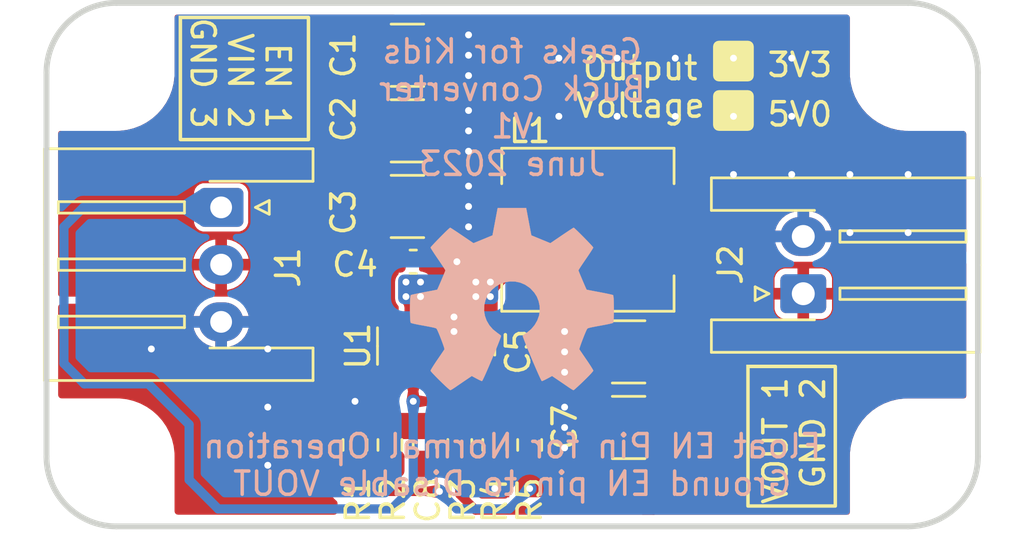
<source format=kicad_pcb>
(kicad_pcb (version 20221018) (generator pcbnew)
  (title_block (title "Buck Converter") (date "2023-06-24") (rev "V1.0") (company "Geeks For Kids") (comment 1 "Designed for Manufacturing by JLCPCB"))
  (layers (0 "F.Cu" signal "Front") (31 "B.Cu" signal "Back") (34 "B.Paste" user) (35 "F.Paste" user) (36 "B.SilkS" user "B.Silkscreen") (37 "F.SilkS" user "F.Silkscreen") (38 "B.Mask" user) (39 "F.Mask" user) (44 "Edge.Cuts" user))
  (net 0 "")
  (net 1 "/BOOT")
  (net 2 "+12V")
  (net 3 "GND")
  (net 4 "+5V")
  (net 5 "/FB")
  (net 6 "/EN")
  (net 7 "/SW")
  (net 8 "Net-(R1-Pad1)")
  (footprint "Capacitor_SMD:C_0603_1608Metric" (layer "F.Cu") (at 138.684 87.503)
    (fp_text reference "C4" (at -2.54 0.127 180) (layer "F.SilkS") (effects (font (size 1.016 1.016) (thickness 0.1524) bold)))
    (fp_text value "0.1µF")
    (fp_line (start -0.14058 -0.51) (end 0.14058 -0.51) (stroke (width 0.12)) (layer "F.SilkS"))
    (fp_line (start -0.14058 0.51) (end 0.14058 0.51) (stroke (width 0.12)) (layer "F.SilkS"))
    (pad "1" smd roundrect (at -0.775 0) (size 0.9 0.95) (layers "F.Cu" "F.Paste" "F.Mask") (net 2 "+12V"))
    (pad "2" smd roundrect (at 0.775 0) (size 0.9 0.95) (layers "F.Cu" "F.Paste" "F.Mask") (net 3 "GND"))
  )
  (footprint "Capacitor_SMD:C_1210_3225Metric" (layer "F.Cu") (at 148.082 91.44 180)
    (fp_text reference "C6" (at 2.794 0 90) (layer "F.SilkS") (effects (font (size 1.016 1.016) (thickness 0.1524) bold)))
    (fp_text value "47µF")
    (fp_line (start -0.711252 -1.36) (end 0.711252 -1.36) (stroke (width 0.12)) (layer "F.SilkS"))
    (fp_line (start -0.711252 1.36) (end 0.711252 1.36) (stroke (width 0.12)) (layer "F.SilkS"))
    (pad "1" smd roundrect (at -1.475 0 180) (size 1.15 2.7) (layers "F.Cu" "F.Paste" "F.Mask") (roundrect_rratio 0.2173913043) (net 4 "+5V"))
    (pad "2" smd roundrect (at 1.475 0 180) (size 1.15 2.7) (layers "F.Cu" "F.Paste" "F.Mask") (roundrect_rratio 0.2173913043) (net 3 "GND"))
  )
  (footprint "Resistor_SMD:R_0603_1608Metric" (layer "F.Cu") (at 142.24 95.504 -90)
    (fp_text reference "R4" (at 2.413 0 90) (layer "F.SilkS") (effects (font (size 1.016 1.016) (thickness 0.1524) bold)))
    (fp_text value "105kΩ 1%")
    (fp_line (start -0.237258 -0.5225) (end 0.237258 -0.5225) (stroke (width 0.12)) (layer "F.SilkS"))
    (fp_line (start -0.237258 0.5225) (end 0.237258 0.5225) (stroke (width 0.12)) (layer "F.SilkS"))
    (pad "1" smd roundrect (at -0.825 0 270) (size 0.8 0.95) (layers "F.Cu" "F.Paste" "F.Mask") (net 6 "/EN"))
    (pad "2" smd roundrect (at 0.825 0 270) (size 0.8 0.95) (layers "F.Cu" "F.Paste" "F.Mask") (net 3 "GND"))
  )
  (footprint "MountingHole:MountingHole_2.7mm_M2.5_ISO14580" (layer "F.Cu") (at 160.274 79.248 -90)
    (fp_text reference "H2" hide)
    (fp_text value "M2.5")
    (pad "" np_thru_hole circle (at 0 0 270) (size 2.7 2.7) (drill 2.7) (layers "F&B.Cu" "*.Mask") (clearance 1.143))
  )
  (footprint "Resistor_SMD:R_0603_1608Metric" (layer "F.Cu") (at 137.668 95.504 -90)
    (fp_text reference "R2" (at 2.413 -0.127 -90) (layer "F.SilkS") (effects (font (size 1.016 1.016) (thickness 0.1524) bold)))
    (fp_text value "13.3kΩ 1%")
    (fp_line (start -0.237258 -0.5225) (end 0.237258 -0.5225) (stroke (width 0.12)) (layer "F.SilkS"))
    (fp_line (start -0.237258 0.5225) (end 0.237258 0.5225) (stroke (width 0.12)) (layer "F.SilkS"))
    (pad "1" smd roundrect (at -0.825 0 270) (size 0.8 0.95) (layers "F.Cu" "F.Paste" "F.Mask") (net 5 "/FB"))
    (pad "2" smd roundrect (at 0.825 0 270) (size 0.8 0.95) (layers "F.Cu" "F.Paste" "F.Mask") (net 8 "Net-(R1-Pad1)"))
  )
  (footprint "Inductor_SMD:L_Sunlord_MWSA0603S" (layer "F.Cu") (at 146.304 86.106)
    (fp_text reference "L1" (at -2.54 -4.318) (layer "F.SilkS") (effects (font (size 1.016 1.016) (thickness 0.1524) bold)))
    (fp_text value "10µH")
    (fp_line (start -3.76 -3.56) (end -3.76 -2.01) (stroke (width 0.12)) (layer "F.SilkS"))
    (fp_line (start -3.76 -3.56) (end 3.76 -3.56) (stroke (width 0.12)) (layer "F.SilkS"))
    (fp_line (start -3.76 3.56) (end -3.76 2.01) (stroke (width 0.12)) (layer "F.SilkS"))
    (fp_line (start -3.76 3.56) (end 3.76 3.56) (stroke (width 0.12)) (layer "F.SilkS"))
    (fp_line (start 3.76 -3.56) (end 3.76 -2.01) (stroke (width 0.12)) (layer "F.SilkS"))
    (fp_line (start 3.76 3.56) (end 3.76 2.01) (stroke (width 0.12)) (layer "F.SilkS"))
    (pad "1" smd rect (at -3.025 0) (size 2.35 3.5) (layers "F.Cu" "F.Paste" "F.Mask") (net 7 "/SW"))
    (pad "2" smd rect (at 3.025 0) (size 2.35 3.5) (layers "F.Cu" "F.Paste" "F.Mask") (net 4 "+5V"))
  )
  (footprint "Capacitor_SMD:C_1210_3225Metric" (layer "F.Cu") (at 148.082 94.742 180)
    (fp_text reference "C7" (at 2.794 0 90) (layer "F.SilkS") (effects (font (size 1.016 1.016) (thickness 0.1524) bold)))
    (fp_text value "47µF")
    (fp_line (start -0.711252 -1.36) (end 0.711252 -1.36) (stroke (width 0.12)) (layer "F.SilkS"))
    (fp_line (start -0.711252 1.36) (end 0.711252 1.36) (stroke (width 0.12)) (layer "F.SilkS"))
    (pad "1" smd roundrect (at -1.475 0 180) (size 1.15 2.7) (layers "F.Cu" "F.Paste" "F.Mask") (roundrect_rratio 0.2173913043) (net 4 "+5V"))
    (pad "2" smd roundrect (at 1.475 0 180) (size 1.15 2.7) (layers "F.Cu" "F.Paste" "F.Mask") (roundrect_rratio 0.2173913043) (net 3 "GND"))
  )
  (footprint "Connector_JST:JST_XH_S2B-XH-A-1_1x02_P2.50mm_Horizontal" (layer "F.Cu") (at 155.702 88.9 90)
    (fp_text reference "J2" (at 1.27 -3.175 90) (layer "F.SilkS") (effects (font (size 1.016 1.016) (thickness 0.1524))))
    (fp_text value "Conn_01x02")
    (fp_line (start -2.56 -4.01) (end -1.14 -4.01) (stroke (width 0.12)) (layer "F.SilkS"))
    (fp_line (start -2.56 7.71) (end -2.56 -4.01) (stroke (width 0.12)) (layer "F.SilkS"))
    (fp_line (start -1.14 -4.01) (end -1.14 0.49) (stroke (width 0.12)) (layer "F.SilkS"))
    (fp_line (start -0.3 -2.1) (end 0.3 -2.1) (stroke (width 0.12)) (layer "F.SilkS"))
    (fp_line (start -0.25 1.6) (end -0.25 7.1) (stroke (width 0.12)) (layer "F.SilkS"))
    (fp_line (start -0.25 7.1) (end 0.25 7.1) (stroke (width 0.12)) (layer "F.SilkS"))
    (fp_line (start 0 -1.5) (end -0.3 -2.1) (stroke (width 0.12)) (layer "F.SilkS"))
    (fp_line (start 0.25 1.6) (end -0.25 1.6) (stroke (width 0.12)) (layer "F.SilkS"))
    (fp_line (start 0.25 7.1) (end 0.25 1.6) (stroke (width 0.12)) (layer "F.SilkS"))
    (fp_line (start 0.3 -2.1) (end 0 -1.5) (stroke (width 0.12)) (layer "F.SilkS"))
    (fp_line (start 1.25 7.71) (end -2.56 7.71) (stroke (width 0.12)) (layer "F.SilkS"))
    (fp_line (start 1.25 7.71) (end 5.06 7.71) (stroke (width 0.12)) (layer "F.SilkS"))
    (fp_line (start 2.25 1.6) (end 2.25 7.1) (stroke (width 0.12)) (layer "F.SilkS"))
    (fp_line (start 2.25 7.1) (end 2.75 7.1) (stroke (width 0.12)) (layer "F.SilkS"))
    (fp_line (start 2.75 1.6) (end 2.25 1.6) (stroke (width 0.12)) (layer "F.SilkS"))
    (fp_line (start 2.75 7.1) (end 2.75 1.6) (stroke (width 0.12)) (layer "F.SilkS"))
    (fp_line (start 3.64 -4.01) (end 3.64 0.49) (stroke (width 0.12)) (layer "F.SilkS"))
    (fp_line (start 5.06 -4.01) (end 3.64 -4.01) (stroke (width 0.12)) (layer "F.SilkS"))
    (fp_line (start 5.06 7.71) (end 5.06 -4.01) (stroke (width 0.12)) (layer "F.SilkS"))
    (pad "1" thru_hole roundrect (at 0 0 90) (size 1.7 2) (drill 1) (layers "*.Cu" "*.Mask") (roundrect_rratio 0.1470588235) (net 4 "+5V"))
    (pad "2" thru_hole oval (at 2.5 0 90) (size 1.7 2) (drill 1) (layers "*.Cu" "*.Mask") (net 3 "GND"))
  )
  (footprint "Capacitor_SMD:C_1210_3225Metric" (layer "F.Cu") (at 138.43 78.486)
    (fp_text reference "C1" (at -2.794 0 90) (layer "F.SilkS") (effects (font (size 1.016 1.016) (thickness 0.1524) bold)))
    (fp_text value "10µF")
    (fp_line (start -0.711252 -1.36) (end 0.711252 -1.36) (stroke (width 0.12)) (layer "F.SilkS"))
    (fp_line (start -0.711252 1.36) (end 0.711252 1.36) (stroke (width 0.12)) (layer "F.SilkS"))
    (pad "1" smd roundrect (at -1.475 0) (size 1.15 2.7) (layers "F.Cu" "F.Paste" "F.Mask") (roundrect_rratio 0.2173913043) (net 2 "+12V"))
    (pad "2" smd roundrect (at 1.475 0) (size 1.15 2.7) (layers "F.Cu" "F.Paste" "F.Mask") (roundrect_rratio 0.2173913043) (net 3 "GND"))
  )
  (footprint "Capacitor_SMD:C_1210_3225Metric" (layer "F.Cu") (at 138.43 85.09)
    (fp_text reference "C3" (at -2.794 0.254 90) (layer "F.SilkS") (effects (font (size 1.016 1.016) (thickness 0.1524) bold)))
    (fp_text value "10µF")
    (fp_line (start -0.711252 -1.36) (end 0.711252 -1.36) (stroke (width 0.12)) (layer "F.SilkS"))
    (fp_line (start -0.711252 1.36) (end 0.711252 1.36) (stroke (width 0.12)) (layer "F.SilkS"))
    (pad "1" smd roundrect (at -1.475 0) (size 1.15 2.7) (layers "F.Cu" "F.Paste" "F.Mask") (roundrect_rratio 0.2173913043) (net 2 "+12V"))
    (pad "2" smd roundrect (at 1.475 0) (size 1.15 2.7) (layers "F.Cu" "F.Paste" "F.Mask") (roundrect_rratio 0.2173913043) (net 3 "GND"))
  )
  (footprint "Resistor_SMD:R_0603_1608Metric" (layer "F.Cu") (at 140.716 95.504 90)
    (fp_text reference "R3" (at -2.413 0.127 90) (layer "F.SilkS") (effects (font (size 1.016 1.016) (thickness 0.1524) bold)))
    (fp_text value "100kΩ 1%")
    (fp_line (start -0.237258 -0.5225) (end 0.237258 -0.5225) (stroke (width 0.12)) (layer "F.SilkS"))
    (fp_line (start -0.237258 0.5225) (end 0.237258 0.5225) (stroke (width 0.12)) (layer "F.SilkS"))
    (pad "1" smd roundrect (at -0.825 0 90) (size 0.8 0.95) (layers "F.Cu" "F.Paste" "F.Mask") (net 4 "+5V"))
    (pad "2" smd roundrect (at 0.825 0 90) (size 0.8 0.95) (layers "F.Cu" "F.Paste" "F.Mask") (net 5 "/FB"))
  )
  (footprint "Resistor_SMD:R_0603_1608Metric" (layer "F.Cu") (at 136.144 95.504 90)
    (fp_text reference "R1" (at -2.413 0.127 270) (layer "F.SilkS") (effects (font (size 1.016 1.016) (thickness 0.1524) bold)))
    (fp_text value "240Ω 1%")
    (fp_line (start -0.237258 -0.5225) (end 0.237258 -0.5225) (stroke (width 0.12)) (layer "F.SilkS"))
    (fp_line (start -0.237258 0.5225) (end 0.237258 0.5225) (stroke (width 0.12)) (layer "F.SilkS"))
    (pad "1" smd roundrect (at -0.825 0 90) (size 0.8 0.95) (layers "F.Cu" "F.Paste" "F.Mask") (net 8 "Net-(R1-Pad1)"))
    (pad "2" smd roundrect (at 0.825 0 90) (size 0.8 0.95) (layers "F.Cu" "F.Paste" "F.Mask") (net 3 "GND"))
  )
  (footprint "MountingHole:MountingHole_2.7mm_M2.5_ISO14580" (layer "F.Cu") (at 125.73 96.012 90)
    (fp_text reference "H3" hide)
    (fp_text value "M2.5")
    (pad "" np_thru_hole circle (at 0 0 90) (size 2.7 2.7) (drill 2.7) (layers "F&B.Cu" "*.Mask") (clearance 1.143))
  )
  (footprint "Capacitor_SMD:C_0603_1608Metric" (layer "F.Cu") (at 139.192 95.504 90)
    (fp_text reference "C8" (at -2.413 0.127 90) (layer "F.SilkS") (effects (font (size 1.016 1.016) (thickness 0.1524) bold)))
    (fp_text value "150pF")
    (fp_line (start -0.14058 -0.51) (end 0.14058 -0.51) (stroke (width 0.12)) (layer "F.SilkS"))
    (fp_line (start -0.14058 0.51) (end 0.14058 0.51) (stroke (width 0.12)) (layer "F.SilkS"))
    (pad "1" smd roundrect (at -0.775 0 90) (size 0.9 0.95) (layers "F.Cu" "F.Paste" "F.Mask") (net 4 "+5V"))
    (pad "2" smd roundrect (at 0.775 0 90) (size 0.9 0.95) (layers "F.Cu" "F.Paste" "F.Mask") (net 5 "/FB"))
  )
  (footprint "Capacitor_SMD:C_1210_3225Metric" (layer "F.Cu") (at 138.43 81.788)
    (fp_text reference "C2" (at -2.794 -0.508 90) (layer "F.SilkS") (effects (font (size 1.016 1.016) (thickness 0.1524) bold)))
    (fp_text value "10µF")
    (fp_line (start -0.711252 -1.36) (end 0.711252 -1.36) (stroke (width 0.12)) (layer "F.SilkS"))
    (fp_line (start -0.711252 1.36) (end 0.711252 1.36) (stroke (width 0.12)) (layer "F.SilkS"))
    (pad "1" smd roundrect (at -1.475 0) (size 1.15 2.7) (layers "F.Cu" "F.Paste" "F.Mask") (roundrect_rratio 0.2173913043) (net 2 "+12V"))
    (pad "2" smd roundrect (at 1.475 0) (size 1.15 2.7) (layers "F.Cu" "F.Paste" "F.Mask") (roundrect_rratio 0.2173913043) (net 3 "GND"))
  )
  (footprint "Package_TO_SOT_SMD:SOT-23-6" (layer "F.Cu") (at 138.684 91.186 -90)
    (fp_text reference "U1" (at 0 2.413 90) (layer "F.SilkS") (effects (font (size 1.016 1.016) (thickness 0.1524) bold)))
    (fp_text value "TPS54302")
    (fp_line (start 0 -1.56) (end -1.8 -1.56) (stroke (width 0.12)) (layer "F.SilkS"))
    (fp_line (start 0 -1.56) (end 0.8 -1.56) (stroke (width 0.12)) (layer "F.SilkS"))
    (fp_line (start 0 1.56) (end -0.8 1.56) (stroke (width 0.12)) (layer "F.SilkS"))
    (fp_line (start 0 1.56) (end 0.8 1.56) (stroke (width 0.12)) (layer "F.SilkS"))
    (pad "1" smd roundrect (at -1.1375 -0.95 270) (size 1.325 0.6) (layers "F.Cu" "F.Paste" "F.Mask") (net 3 "GND"))
    (pad "2" smd roundrect (at -1.1375 0 270) (size 1.325 0.6) (layers "F.Cu" "F.Paste" "F.Mask") (net 7 "/SW"))
    (pad "3" smd roundrect (at -1.1375 0.95 270) (size 1.325 0.6) (layers "F.Cu" "F.Paste" "F.Mask") (net 2 "+12V"))
    (pad "4" smd roundrect (at 1.1375 0.95 270) (size 1.325 0.6) (layers "F.Cu" "F.Paste" "F.Mask") (net 5 "/FB"))
    (pad "5" smd roundrect (at 1.1375 0 270) (size 1.325 0.6) (layers "F.Cu" "F.Paste" "F.Mask") (net 6 "/EN"))
    (pad "6" smd roundrect (at 1.1375 -0.95 270) (size 1.325 0.6) (layers "F.Cu" "F.Paste" "F.Mask") (net 1 "/BOOT"))
  )
  (footprint "Capacitor_SMD:C_0603_1608Metric" (layer "F.Cu") (at 141.732 91.44 90)
    (fp_text reference "C5" (at 0 1.524 90) (layer "F.SilkS") (effects (font (size 1.016 1.016) (thickness 0.1524) bold)))
    (fp_text value "0.1µF")
    (fp_line (start -0.14058 -0.51) (end 0.14058 -0.51) (stroke (width 0.12)) (layer "F.SilkS"))
    (fp_line (start -0.14058 0.51) (end 0.14058 0.51) (stroke (width 0.12)) (layer "F.SilkS"))
    (pad "1" smd roundrect (at -0.775 0 90) (size 0.9 0.95) (layers "F.Cu" "F.Paste" "F.Mask") (net 1 "/BOOT"))
    (pad "2" smd roundrect (at 0.775 0 90) (size 0.9 0.95) (layers "F.Cu" "F.Paste" "F.Mask") (net 7 "/SW"))
  )
  (footprint "MountingHole:MountingHole_2.7mm_M2.5_ISO14580" (layer "F.Cu") (at 125.73 79.248 90)
    (fp_text reference "H1" hide)
    (fp_text value "M2.5")
    (pad "" np_thru_hole circle (at 0 0 90) (size 2.7 2.7) (drill 2.7) (layers "F&B.Cu" "*.Mask"))
  )
  (footprint "Connector_JST:JST_XH_S3B-XH-A-1_1x03_P2.50mm_Horizontal" (layer "F.Cu") (at 130.302 85.13 -90)
    (fp_text reference "J1" (at 2.627 -2.921 90) (layer "F.SilkS") (effects (font (size 1.016 1.016) (thickness 0.1524))))
    (fp_text value "Conn_01x03")
    (fp_line (start -2.56 -4.01) (end -1.14 -4.01) (stroke (width 0.12)) (layer "F.SilkS"))
    (fp_line (start -2.56 7.71) (end -2.56 -4.01) (stroke (width 0.12)) (layer "F.SilkS"))
    (fp_line (start -1.14 -4.01) (end -1.14 0.49) (stroke (width 0.12)) (layer "F.SilkS"))
    (fp_line (start -0.3 -2.1) (end 0.3 -2.1) (stroke (width 0.12)) (layer "F.SilkS"))
    (fp_line (start -0.25 1.6) (end -0.25 7.1) (stroke (width 0.12)) (layer "F.SilkS"))
    (fp_line (start -0.25 7.1) (end 0.25 7.1) (stroke (width 0.12)) (layer "F.SilkS"))
    (fp_line (start 0 -1.5) (end -0.3 -2.1) (stroke (width 0.12)) (layer "F.SilkS"))
    (fp_line (start 0.25 1.6) (end -0.25 1.6) (stroke (width 0.12)) (layer "F.SilkS"))
    (fp_line (start 0.25 7.1) (end 0.25 1.6) (stroke (width 0.12)) (layer "F.SilkS"))
    (fp_line (start 0.3 -2.1) (end 0 -1.5) (stroke (width 0.12)) (layer "F.SilkS"))
    (fp_line (start 2.25 1.6) (end 2.25 7.1) (stroke (width 0.12)) (layer "F.SilkS"))
    (fp_line (start 2.25 7.1) (end 2.75 7.1) (stroke (width 0.12)) (layer "F.SilkS"))
    (fp_line (start 2.5 7.71) (end -2.56 7.71) (stroke (width 0.12)) (layer "F.SilkS"))
    (fp_line (start 2.5 7.71) (end 7.56 7.71) (stroke (width 0.12)) (layer "F.SilkS"))
    (fp_line (start 2.75 1.6) (end 2.25 1.6) (stroke (width 0.12)) (layer "F.SilkS"))
    (fp_line (start 2.75 7.1) (end 2.75 1.6) (stroke (width 0.12)) (layer "F.SilkS"))
    (fp_line (start 4.75 1.6) (end 4.75 7.1) (stroke (width 0.12)) (layer "F.SilkS"))
    (fp_line (start 4.75 7.1) (end 5.25 7.1) (stroke (width 0.12)) (layer "F.SilkS"))
    (fp_line (start 5.25 1.6) (end 4.75 1.6) (stroke (width 0.12)) (layer "F.SilkS"))
    (fp_line (start 5.25 7.1) (end 5.25 1.6) (stroke (width 0.12)) (layer "F.SilkS"))
    (fp_line (start 6.14 -4.01) (end 6.14 0.49) (stroke (width 0.12)) (layer "F.SilkS"))
    (fp_line (start 7.56 -4.01) (end 6.14 -4.01) (stroke (width 0.12)) (layer "F.SilkS"))
    (fp_line (start 7.56 7.71) (end 7.56 -4.01) (stroke (width 0.12)) (layer "F.SilkS"))
    (pad "1" thru_hole roundrect (at 0 0 270) (size 1.7 1.95) (drill 0.95) (layers "*.Cu" "*.Mask") (roundrect_rratio 0.1470588235) (net 6 "/EN"))
    (pad "2" thru_hole oval (at 2.5 0 270) (size 1.7 1.95) (drill 0.95) (layers "*.Cu" "*.Mask") (net 2 "+12V"))
    (pad "3" thru_hole oval (at 5 0 270) (size 1.7 1.95) (drill 0.95) (layers "*.Cu" "*.Mask") (net 3 "GND"))
  )
  (footprint "Resistor_SMD:R_0603_1608Metric" (layer "F.Cu") (at 143.764 95.504 90)
    (fp_text reference "R5" (at -2.413 0 90) (layer "F.SilkS") (effects (font (size 1.016 1.016) (thickness 0.1524) bold)))
    (fp_text value "511kΩ 1%")
    (fp_line (start -0.237258 -0.5225) (end 0.237258 -0.5225) (stroke (width 0.12)) (layer "F.SilkS"))
    (fp_line (start -0.237258 0.5225) (end 0.237258 0.5225) (stroke (width 0.12)) (layer "F.SilkS"))
    (pad "1" smd roundrect (at -0.825 0 90) (size 0.8 0.95) (layers "F.Cu" "F.Paste" "F.Mask") (net 2 "+12V"))
    (pad "2" smd roundrect (at 0.825 0 90) (size 0.8 0.95) (layers "F.Cu" "F.Paste" "F.Mask") (net 6 "/EN"))
  )
  (footprint "MountingHole:MountingHole_2.7mm_M2.5_ISO14580" (layer "F.Cu") (at 160.274 96.012 -90)
    (fp_text reference "H4" hide)
    (fp_text value "M2.5")
    (pad "" np_thru_hole circle (at 0 0 270) (size 2.7 2.7) (drill 2.7) (layers "F&B.Cu" "*.Mask") (clearance 1.143))
  )
  (footprint "Symbol:OSHW-Symbol_8.9x8mm_SilkScreen" (layer "B.Cu") (at 143.002 89.154 180)
    (fp_text reference "REF**" hide)
    (fp_text value "OSHW-Symbol_8.9x8mm_SilkScreen" hide)
    (fp_poly (pts (xy 0.746536 3.399573) (xy 0.859118 2.802382) (xy 1.274531 2.631135) (xy 1.689945 2.459888) (xy 2.188302 2.798767) (xy 2.327869 2.893123) (xy 2.454029 2.97737) (xy 2.560896 3.047662) (xy 2.642583 3.100153) (xy 2.693202 3.130996) (xy 2.706987 3.137647) (xy 2.731821 3.120542) (xy 2.784889 3.073256) (xy 2.860241 3.001828) (xy 2.95193 2.9123) (xy 3.054008 2.810711) (xy 3.160527 2.703102) (xy 3.265537 2.595513) (xy 3.363092 2.493985) (xy 3.447243 2.404559) (xy 3.512041 2.333274) (xy 3.551538 2.286172) (xy 3.560981 2.270408) (xy 3.547392 2.241347) (xy 3.509294 2.177679) (xy 3.450694 2.085633) (xy 3.375598 1.971436) (xy 3.288009 1.841316) (xy 3.237255 1.767099) (xy 3.144746 1.631578) (xy 3.062541 1.509284) (xy 2.994631 1.406305) (xy 2.945001 1.328727) (xy 2.917641 1.282639) (xy 2.91353 1.272953) (xy 2.92285 1.245426) (xy 2.948255 1.181272) (xy 2.985912 1.08951) (xy 3.031987 0.979161) (xy 3.082647 0.859245) (xy 3.13406 0.738781) (xy 3.18239 0.626791) (xy 3.223807 0.532293) (xy 3.254475 0.464308) (xy 3.270562 0.431857) (xy 3.271512 0.43058) (xy 3.296773 0.424383) (xy 3.364046 0.41056) (xy 3.466361 0.390468) (xy 3.596742 0.365466) (xy 3.748217 0.336914) (xy 3.836594 0.320449) (xy 3.998453 0.289631) (xy 4.14465 0.260306) (xy 4.267788 0.234079) (xy 4.36047 0.212554) (xy 4.415302 0.197335) (xy 4.426324 0.192507) (xy 4.437119 0.159826) (xy 4.44583 0.086015) (xy 4.452461 -0.020292) (xy 4.457019 -0.150467) (xy 4.45951 -0.295876) (xy 4.459939 -0.44789) (xy 4.458312 -0.597877) (xy 4.454636 -0.737206) (xy 4.448916 -0.857245) (xy 4.441158 -0.949365) (xy 4.431369 -1.004932) (xy 4.425497 -1.0165) (xy 4.3904 -1.030365) (xy 4.316029 -1.050188) (xy 4.212224 -1.073639) (xy 4.08882 -1.098391) (xy 4.045742 -1.106398) (xy 3.838048 -1.144441) (xy 3.673985 -1.175079) (xy 3.548131 -1.199529) (xy 3.455066 -1.219009) (xy 3.389368 -1.234736) (xy 3.345618 -1.247928) (xy 3.318393 -1.259804) (xy 3.302273 -1.27158) (xy 3.300018 -1.273908) (xy 3.277504 -1.3114) (xy 3.243159 -1.384365) (xy 3.200412 -1.483867) (xy 3.152693 -1.600973) (xy 3.103431 -1.726748) (xy 3.056056 -1.852257) (xy 3.013996 -1.968565) (xy 2.980681 -2.066739) (xy 2.959542 -2.137843) (xy 2.954006 -2.172942) (xy 2.954467 -2.174172) (xy 2.973224 -2.202861) (xy 3.015777 -2.265985) (xy 3.077654 -2.356973) (xy 3.154383 -2.469255) (xy 3.241492 -2.59626) (xy 3.266299 -2.632353) (xy 3.354753 -2.763203) (xy 3.432589 -2.882591) (xy 3.495567 -2.983662) (xy 3.539446 -3.059559) (xy 3.559986 -3.103427) (xy 3.560981 -3.108817) (xy 3.543723 -3.137144) (xy 3.496036 -3.193261) (xy 3.424051 -3.271137) (xy 3.333898 -3.36474) (xy 3.231706 -3.468041) (xy 3.123606 -3.575006) (xy 3.015729 -3.679606) (xy 2.914205 -3.775809) (xy 2.825163 -3.857584) (xy 2.754734 -3.9189) (xy 2.709048 -3.953726) (xy 2.69641 -3.959412) (xy 2.666992 -3.94602) (xy 2.606762 -3.909899) (xy 2.52553 -3.857136) (xy 2.463031 -3.814667) (xy 2.349786 -3.73674) (xy 2.215675 -3.644984) (xy 2.081156 -3.553375) (xy 2.008834 -3.504346) (xy 1.764039 -3.33877) (xy 1.558551 -3.449875) (xy 1.464937 -3.498548) (xy 1.385331 -3.536381) (xy 1.331468 -3.557958) (xy 1.317758 -3.560961) (xy 1.301271 -3.538793) (xy 1.268746 -3.476149) (xy 1.222609 -3.378809) (xy 1.165291 -3.252549) (xy 1.099217 -3.10315) (xy 1.026816 -2.936388) (xy 0.950517 -2.758042) (xy 0.872747 -2.573891) (xy 0.795935 -2.389712) (xy 0.722507 -2.211285) (xy 0.654893 -2.044387) (xy 0.595521 -1.894797) (xy 0.546817 -1.768293) (xy 0.511211 -1.670654) (xy 0.491131 -1.607657) (xy 0.487901 -1.586021) (xy 0.513497 -1.558424) (xy 0.569539 -1.513625) (xy 0.644312 -1.460934) (xy 0.650588 -1.456765) (xy 0.843846 -1.302069) (xy 0.999675 -1.121591) (xy 1.116725 -0.921102) (xy 1.193646 -0.706374) (xy 1.229087 -0.483177) (xy 1.221698 -0.257281) (xy 1.170128 -0.034459) (xy 1.073027 0.179521) (xy 1.044459 0.226336) (xy 0.895869 0.415382) (xy 0.720328 0.567188) (xy 0.523911 0.680966) (xy 0.312694 0.755925) (xy 0.092754 0.791278) (xy -0.129836 0.786233) (xy -0.348998 0.740001) (xy -0.558657 0.651794) (xy -0.752738 0.520821) (xy -0.812773 0.467663) (xy -0.965564 0.301261) (xy -1.076902 0.126088) (xy -1.153276 -0.070266) (xy -1.195812 -0.264717) (xy -1.206313 -0.483342) (xy -1.171299 -0.703052) (xy -1.094326 -0.91642) (xy -0.978952 -1.116022) (xy -0.828734 -1.294429) (xy -0.647226 -1.444217) (xy -0.623372 -1.460006) (xy -0.547798 -1.511712) (xy -0.490348 -1.556512) (xy -0.462882 -1.585117) (xy -0.462482 -1.586021) (xy -0.468379 -1.616964) (xy -0.491754 -1.687191) (xy -0.530178 -1.790925) (xy -0.581222 -1.92239) (xy -0.642457 -2.075807) (xy -0.711455 -2.245401) (xy -0.785786 -2.425393) (xy -0.863021 -2.610008) (xy -0.940731 -2.793468) (xy -1.016488 -2.969996) (xy -1.087862 -3.133814) (xy -1.152425 -3.279147) (xy -1.207747 -3.400217) (xy -1.251399 -3.491247) (xy -1.280953 -3.54646) (xy -1.292855 -3.560961) (xy -1.329222 -3.549669) (xy -1.397269 -3.519385) (xy -1.485263 -3.47552) (xy -1.533649 -3.449875) (xy -1.739136 -3.33877) (xy -1.983931 -3.504346) (xy -2.108893 -3.58917) (xy -2.245704 -3.682516) (xy -2.373911 -3.770408) (xy -2.438128 -3.814667) (xy -2.528448 -3.875318) (xy -2.604928 -3.923381) (xy -2.657592 -3.95277) (xy -2.674697 -3.958982) (xy -2.699594 -3.942223) (xy -2.754694 -3.895436) (xy -2.834656 -3.82348) (xy -2.934139 -3.731212) (xy -3.047799 -3.62349) (xy -3.119684 -3.554326) (xy -3.245448 -3.430757) (xy -3.354136 -3.320234) (xy -3.441354 -3.227485) (xy -3.50271 -3.157237) (xy -3.533808 -3.11422) (xy -3.536791 -3.10549) (xy -3.522946 -3.072284) (xy -3.484687 -3.005142) (xy -3.426258 -2.910863) (xy -3.351902 -2.796245) (xy -3.265864 -2.668083) (xy -3.241397 -2.632353) (xy -3.152245 -2.502489) (xy -3.072261 -2.385569) (xy -3.005919 -2.288162) (xy -2.957688 -2.216839) (xy -2.932042 -2.17817) (xy -2.929564 -2.174172) (xy -2.93327 -2.143355) (xy -2.952938 -2.075599) (xy -2.985139 -1.979839) (xy -3.026444 -1.865009) (xy -3.073424 -1.740044) (xy -3.12265 -1.613879) (xy -3.170691 -1.495448) (xy -3.214118 -1.393685) (xy -3.249503 -1.317526) (xy -3.273415 -1.275904) (xy -3.275115 -1.273908) (xy -3.289737 -1.262013) (xy -3.314434 -1.25025) (xy -3.354627 -1.237401) (xy -3.415736 -1.222249) (xy -3.503182 -1.203576) (xy -3.622387 -1.180165) (xy -3.778772 -1.150797) (xy -3.977756 -1.114255) (xy -4.020839 -1.106398) (xy -4.148529 -1.081727) (xy -4.259846 -1.057593) (xy -4.344954 -1.036324) (xy -4.394016 -1.020248) (xy -4.400594 -1.0165) (xy -4.411435 -0.983273) (xy -4.420246 -0.909021) (xy -4.427023 -0.802376) (xy -4.431759 -0.671967) (xy -4.434449 -0.526427) (xy -4.435086 -0.374386) (xy -4.433665 -0.224476) (xy -4.430179 -0.085328) (xy -4.424623 0.034428) (xy -4.416991 0.126159) (xy -4.407277 0.181234) (xy -4.401421 0.192507) (xy -4.368819 0.203877) (xy -4.294581 0.222376) (xy -4.186103 0.246398) (xy -4.050782 0.274338) (xy -3.896014 0.304592) (xy -3.811692 0.320449) (xy -3.651703 0.350356) (xy -3.509032 0.37745) (xy -3.390651 0.400369) (xy -3.303534 0.417757) (xy -3.254654 0.428253) (xy -3.246609 0.43058) (xy -3.233012 0.456814) (xy -3.20427 0.520005) (xy -3.164214 0.611123) (xy -3.116675 0.721143) (xy -3.065484 0.841035) (xy -3.014473 0.961773) (xy -2.967473 1.074329) (xy -2.928315 1.169674) (xy -2.90083 1.238783) (xy -2.88885 1.272626) (xy -2.888627 1.274105) (xy -2.902208 1.300803) (xy -2.940284 1.36224) (xy -2.998852 1.452311) (xy -3.073911 1.56491) (xy -3.161459 1.69393) (xy -3.212352 1.768039) (xy -3.30509 1.903923) (xy -3.387458 2.027291) (xy -3.455438 2.131903) (xy -3.505011 2.211517) (xy -3.532157 2.259893) (xy -3.536078 2.270738) (xy -3.519224 2.29598) (xy -3.472631 2.349876) (xy -3.402251 2.426387) (xy -3.314034 2.519477) (xy -3.213934 2.623105) (xy -3.107901 2.731236) (xy -3.001888 2.83783) (xy -2.901847 2.93685) (xy -2.813729 3.022258) (xy -2.743486 3.088015) (xy -2.697071 3.128084) (xy -2.681543 3.137647) (xy -2.65626 3.1242) (xy -2.595788 3.086425) (xy -2.506007 3.028165) (xy -2.392796 2.953266) (xy -2.262036 2.865575) (xy -2.1634 2.798767) (xy -1.665042 2.459888) (xy -1.249629 2.631135) (xy -0.834215 2.802382) (xy -0.721633 3.399573) (xy -0.60905 3.996765) (xy 0.633953 3.996765) (xy 0.746536 3.399573)) (stroke (width 0.01)) (fill solid) (layer "B.SilkS"))
  )
  (gr_rect (start 128.524 76.835) (end 134.112 82.169) (stroke (width 0.1524)) (fill none) (layer "F.SilkS"))
  (gr_rect (start 153.289 92.075) (end 157.099 98.171) (stroke (width 0.1524)) (fill none) (layer "F.SilkS"))
  (gr_line (start 122.682 79.248) (end 122.682 96.012) (stroke (width 0.254)) (layer "Edge.Cuts"))
  (gr_arc (start 163.322 96.012) (mid 162.429262 98.167262) (end 160.274 99.06) (stroke (width 0.254)) (layer "Edge.Cuts"))
  (gr_arc (start 122.682 79.248) (mid 123.574738 77.092738) (end 125.73 76.2) (stroke (width 0.254)) (layer "Edge.Cuts"))
  (gr_arc (start 125.73 99.06) (mid 123.574738 98.167262) (end 122.682 96.012) (stroke (width 0.254)) (layer "Edge.Cuts"))
  (gr_line (start 163.322 96.012) (end 163.322 79.248) (stroke (width 0.254)) (layer "Edge.Cuts"))
  (gr_line (start 125.73 99.06) (end 160.274 99.06) (stroke (width 0.254)) (layer "Edge.Cuts"))
  (gr_line (start 125.73 76.2) (end 160.274 76.2) (stroke (width 0.254)) (layer "Edge.Cuts"))
  (gr_arc (start 160.274 76.2) (mid 162.429262 77.092738) (end 163.322 79.248) (stroke (width 0.254)) (layer "Edge.Cuts"))
  (gr_text "Float EN Pin for Normal Operation\nGround EN pin to Disable VOUT" (at 143.002 97.79) (layer "B.SilkS") (effects (font (size 1.016 1.016) (thickness 0.1524)) (justify bottom mirror)))
  (gr_text "Geeks for Kids\nBuck Converter\nV1\nJune 2023" (at 143.002 83.82) (layer "B.SilkS") (effects (font (size 1.016 1.016) (thickness 0.1524)) (justify bottom mirror)))
  (gr_text "VOUT 1\nGND 2" (at 156.718 92.456 90) (layer "F.SilkS") (effects (font (size 1.016 1.016) (thickness 0.1524) bold) (justify right bottom)))
  (gr_text "5V0" (at 154.051 81.661) (layer "F.SilkS") (effects (font (size 1.016 1.016) (thickness 0.1524)) (justify left bottom)))
  (gr_text "3V3" (at 154.051 79.502) (layer "F.SilkS") (effects (font (size 1.016 1.016) (thickness 0.1524) bold) (justify left bottom)))
  (gr_text "Output\nVoltage" (at 148.59 81.28) (layer "F.SilkS") (effects (font (size 1.016 1.016) (thickness 0.1524) bold) (justify bottom)))
  (gr_text "EN 1\nVIN 2\nGND 3" (at 128.905 81.788 270) (layer "F.SilkS") (effects (font (size 1.016 1.016) (thickness 0.1524) bold) (justify right bottom)))
  (segment (start 141.6235 92.3235) (end 141.732 92.215) (width 0.4) (layer "F.Cu") (net 1))
  (segment (start 139.634 92.3235) (end 141.6235 92.3235) (width 0.4) (layer "F.Cu") (net 1))
  (segment (start 135.001 96.901) (end 135.001 93.091) (width 0.4) (layer "F.Cu") (net 2))
  (segment (start 143.764 97.409) (end 143.764 96.329) (width 0.4) (layer "F.Cu") (net 2))
  (segment (start 136.525 91.567) (end 136.525 90.551) (width 0.4) (layer "F.Cu") (net 2))
  (segment (start 135.001 93.091) (end 136.525 91.567) (width 0.4) (layer "F.Cu") (net 2))
  (segment (start 136.525 90.551) (end 136.652 90.424) (width 0.4) (layer "F.Cu") (net 2))
  (segment (start 135.636 97.536) (end 135.001 96.901) (width 0.4) (layer "F.Cu") (net 2))
  (segment (start 139.827 97.536) (end 135.636 97.536) (width 0.4) (layer "F.Cu") (net 2))
  (via (at 143.764 97.409) (size 0.6) (drill 0.3) (layers "F.Cu" "B.Cu") (net 2))
  (via (at 139.827 97.536) (size 0.6) (drill 0.3) (layers "F.Cu" "B.Cu") (net 2))
  (segment (start 139.827 97.536) (end 140.589 98.298) (width 0.4) (layer "B.Cu") (net 2))
  (segment (start 140.589 98.298) (end 142.875 98.298) (width 0.4) (layer "B.Cu") (net 2))
  (segment (start 142.875 98.298) (end 143.764 97.409) (width 0.4) (layer "B.Cu") (net 2))
  (segment (start 142.24 96.329) (end 142.24 97.409) (width 0.4) (layer "F.Cu") (net 3))
  (segment (start 139.827 88.125) (end 139.205 87.503) (width 0.4) (layer "F.Cu") (net 3))
  (segment (start 139.827 89.8555) (end 139.827 88.125) (width 0.4) (layer "F.Cu") (net 3))
  (segment (start 136.144 93.599) (end 136.144 94.679) (width 0.4) (layer "F.Cu") (net 3))
  (segment (start 139.634 90.0485) (end 139.827 89.8555) (width 0.4) (layer "F.Cu") (net 3))
  (via (at 136.144 93.599) (size 0.6) (drill 0.3) (layers "F.Cu" "B.Cu") (net 3))
  (via (at 141.097 81.788) (size 0.6) (drill 0.3) (layers "F.Cu" "B.Cu") (net 3))
  (via (at 145.288 93.853) (size 0.6) (drill 0.3) (layers "F.Cu" "B.Cu") (net 3))
  (via (at 140.462 89.916) (size 0.5) (drill 0.3) (layers "F.Cu" "B.Cu") (net 3))
  (via (at 160.277 86.233) (size 0.6) (drill 0.3) (layers "F.Cu" "B.Cu") (net 3))
  (via (at 157.737 83.693) (size 0.6) (drill 0.3) (layers "F.Cu" "B.Cu") (net 3))
  (via (at 140.462 90.551) (size 0.5) (drill 0.3) (layers "F.Cu" "B.Cu") (net 3))
  (via (at 155.197 78.613) (size 0.6) (drill 0.3) (layers "F.Cu" "B.Cu") (net 3))
  (via (at 140.589 87.503) (size 0.6) (drill 0.3) (layers "F.Cu" "B.Cu") (net 3))
  (via (at 150.117 81.153) (size 0.6) (drill 0.3) (layers "F.Cu" "B.Cu") (net 3))
  (via (at 155.197 81.153) (size 0.6) (drill 0.3) (layers "F.Cu" "B.Cu") (net 3))
  (via (at 152.657 81.153) (size 0.6) (drill 0.3) (layers "F.Cu" "B.Cu") (net 3))
  (via (at 141.097 85.09) (size 0.6) (drill 0.3) (layers "F.Cu" "B.Cu") (net 3))
  (via (at 132.337 96.393) (size 0.6) (drill 0.3) (layers "F.Cu" "B.Cu") (net 3))
  (via (at 132.337 91.313) (size 0.6) (drill 0.3) (layers "F.Cu" "B.Cu") (net 3))
  (via (at 142.24 97.409) (size 0.6) (drill 0.3) (layers "F.Cu" "B.Cu") (net 3))
  (via (at 147.577 78.613) (size 0.6) (drill 0.3) (layers "F.Cu" "B.Cu") (net 3))
  (via (at 152.657 83.693) (size 0.6) (drill 0.3) (layers "F.Cu" "B.Cu") (net 3))
  (via (at 157.737 86.233) (size 0.6) (drill 0.3) (layers "F.Cu" "B.Cu") (net 3))
  (via (at 141.097 80.899) (size 0.6) (drill 0.3) (layers "F.Cu" "B.Cu") (net 3))
  (via (at 145.288 91.44) (size 0.6) (drill 0.3) (layers "F.Cu" "B.Cu") (net 3))
  (via (at 160.277 83.693) (size 0.6) (drill 0.3) (layers "F.Cu" "B.Cu") (net 3))
  (via (at 141.097 85.979) (size 0.6) (drill 0.3) (layers "F.Cu" "B.Cu") (net 3))
  (via (at 141.097 84.201) (size 0.6) (drill 0.3) (layers "F.Cu" "B.Cu") (net 3))
  (via (at 145.288 94.742) (size 0.6) (drill 0.3) (layers "F.Cu" "B.Cu") (net 3))
  (via (at 152.657 78.613) (size 0.6) (drill 0.3) (layers "F.Cu" "B.Cu") (net 3))
  (via (at 127.257 91.313) (size 0.6) (drill 0.3) (layers "F.Cu" "B.Cu") (net 3))
  (via (at 145.288 90.551) (size 0.6) (drill 0.3) (layers "F.Cu" "B.Cu") (net 3))
  (via (at 132.337 93.853) (size 0.6) (drill 0.3) (layers "F.Cu" "B.Cu") (net 3))
  (via (at 147.577 81.153) (size 0.6) (drill 0.3) (layers "F.Cu" "B.Cu") (net 3))
  (via (at 145.037 78.613) (size 0.6) (drill 0.3) (layers "F.Cu" "B.Cu") (net 3))
  (via (at 141.097 79.375) (size 0.6) (drill 0.3) (layers "F.Cu" "B.Cu") (net 3))
  (via (at 141.097 77.597) (size 0.6) (drill 0.3) (layers "F.Cu" "B.Cu") (net 3))
  (via (at 145.037 81.153) (size 0.6) (drill 0.3) (layers "F.Cu" "B.Cu") (net 3))
  (via (at 145.288 92.329) (size 0.6) (drill 0.3) (layers "F.Cu" "B.Cu") (net 3))
  (via (at 155.197 83.693) (size 0.6) (drill 0.3) (layers "F.Cu" "B.Cu") (net 3))
  (via (at 141.097 82.677) (size 0.6) (drill 0.3) (layers "F.Cu" "B.Cu") (net 3))
  (via (at 145.288 95.631) (size 0.6) (drill 0.3) (layers "F.Cu" "B.Cu") (net 3))
  (via (at 141.097 78.486) (size 0.6) (drill 0.3) (layers "F.Cu" "B.Cu") (net 3))
  (via (at 150.117 78.613) (size 0.6) (drill 0.3) (layers "F.Cu" "B.Cu") (net 3))
  (segment (start 140.716 96.329) (end 140.716 97.663) (width 0.4) (layer "F.Cu") (net 4))
  (segment (start 149.606 94.791) (end 149.557 94.742) (width 0.4) (layer "F.Cu") (net 4))
  (segment (start 139.192 96.279) (end 140.666 96.279) (width 0.4) (layer "F.Cu") (net 4))
  (segment (start 149.606 97.917) (end 149.606 94.791) (width 0.4) (layer "F.Cu") (net 4))
  (segment (start 140.666 96.279) (end 140.716 96.329) (width 0.4) (layer "F.Cu") (net 4))
  (segment (start 141.405 98.352) (end 149.171 98.352) (width 0.4) (layer "F.Cu") (net 4))
  (segment (start 140.716 97.663) (end 141.405 98.352) (width 0.4) (layer "F.Cu") (net 4))
  (segment (start 149.171 98.352) (end 149.606 97.917) (width 0.4) (layer "F.Cu") (net 4))
  (segment (start 139.192 94.729) (end 137.718 94.729) (width 0.4) (layer "F.Cu") (net 5))
  (segment (start 137.668 94.679) (end 137.668 92.3895) (width 0.4) (layer "F.Cu") (net 5))
  (segment (start 137.718 94.729) (end 137.668 94.679) (width 0.4) (layer "F.Cu") (net 5))
  (segment (start 137.668 92.3895) (end 137.734 92.3235) (width 0.4) (layer "F.Cu") (net 5))
  (segment (start 139.242 94.679) (end 139.192 94.729) (width 0.4) (layer "F.Cu") (net 5))
  (segment (start 140.716 94.679) (end 139.242 94.679) (width 0.4) (layer "F.Cu") (net 5))
  (segment (start 142.24 94.107) (end 142.24 94.679) (width 0.4) (layer "F.Cu") (net 6))
  (segment (start 142.24 94.679) (end 143.764 94.679) (width 0.4) (layer "F.Cu") (net 6))
  (segment (start 141.732 93.599) (end 142.24 94.107) (width 0.4) (layer "F.Cu") (net 6))
  (segment (start 138.684 93.599) (end 141.732 93.599) (width 0.4) (layer "F.Cu") (net 6))
  (segment (start 138.684 93.599) (end 138.684 92.3512) (width 0.4) (layer "F.Cu") (net 6))
  (via (at 138.684 93.599) (size 0.6) (drill 0.3) (layers "F.Cu" "B.Cu") (net 6))
  (segment (start 138.684 93.599) (end 138.684 97.356262) (width 0.4) (layer "B.Cu") (net 6))
  (segment (start 123.444 91.948) (end 123.444 85.979) (width 0.4) (layer "B.Cu") (net 6))
  (segment (start 123.444 85.979) (end 124.293 85.13) (width 0.4) (layer "B.Cu") (net 6))
  (segment (start 138.684 97.356262) (end 137.742262 98.298) (width 0.4) (layer "B.Cu") (net 6))
  (segment (start 137.742262 98.298) (end 130.175 98.298) (width 0.4) (layer "B.Cu") (net 6))
  (segment (start 127.127 92.837) (end 124.333 92.837) (width 0.4) (layer "B.Cu") (net 6))
  (segment (start 124.333 92.837) (end 123.444 91.948) (width 0.4) (layer "B.Cu") (net 6))
  (segment (start 128.905 97.028) (end 128.905 94.615) (width 0.4) (layer "B.Cu") (net 6))
  (segment (start 124.293 85.13) (end 130.556 85.13) (width 0.4) (layer "B.Cu") (net 6))
  (segment (start 128.905 94.615) (end 127.127 92.837) (width 0.4) (layer "B.Cu") (net 6))
  (segment (start 130.175 98.298) (end 128.905 97.028) (width 0.4) (layer "B.Cu") (net 6))
  (via (at 138.3665 89.027) (size 0.5) (drill 0.3) (layers "F.Cu" "B.Cu") (net 7))
  (via (at 141.4145 89.027) (size 0.5) (drill 0.3) (layers "F.Cu" "B.Cu") (net 7))
  (via (at 141.4145 88.392) (size 0.5) (drill 0.3) (layers "F.Cu" "B.Cu") (net 7))
  (via (at 138.3665 88.392) (size 0.5) (drill 0.3) (layers "F.Cu" "B.Cu") (net 7))
  (via (at 142.0495 88.392) (size 0.5) (drill 0.3) (layers "F.Cu" "B.Cu") (net 7))
  (via (at 139.0015 89.027) (size 0.5) (drill 0.3) (layers "F.Cu" "B.Cu") (net 7))
  (via (at 139.0015 88.392) (size 0.5) (drill 0.3) (layers "F.Cu" "B.Cu") (net 7))
  (via (at 142.0495 89.027) (size 0.5) (drill 0.3) (layers "F.Cu" "B.Cu") (net 7))
  (segment (start 136.144 96.329) (end 137.668 96.329) (width 0.4) (layer "F.Cu") (net 8))
  (zone (net 3) (net_name "GND") (layer "F.Cu") (name "GND") (priority 5) (connect_pads yes (clearance 0.2032)) (min_thickness 0.2032) (fill yes (thermal_gap 0.508) (thermal_bridge_width 0.508) (smoothing fillet) (radius 0.254))
    (polygon (pts (xy 147.574 89.789) (xy 144.907 89.789) (xy 144.907 96.393) (xy 147.574 96.393)))
  )
  (zone (net 7) (net_name "/SW") (layer "F.Cu") (name "GND") (priority 6) (connect_pads yes (clearance 0.2032)) (min_thickness 0.2032) (fill yes (thermal_gap 0.508) (thermal_bridge_width 0.508) (smoothing fillet) (radius 0.254))
    (polygon (pts (xy 138.0998 89.2048) (xy 138.303 89.408) (xy 138.303 90.805) (xy 139.065 90.805) (xy 139.074251 89.408) (xy 139.2682 89.198813) (xy 139.2682 88.138) (xy 138.0998 88.138)))
  )
  (zone (net 0) (net_name "") (layer "F.Cu") (name "GND") (connect_pads thru_hole_only (clearance 0)) (min_thickness 0.2032)
    (keepout (tracks not_allowed) (vias not_allowed) (pads not_allowed) (copperpour not_allowed) (footprints allowed))
    (fill (thermal_gap 0.508) (thermal_bridge_width 0.508))
    (polygon (pts (xy 148.59 97.663) (xy 147.574 97.663) (xy 147.574 89.789) (xy 148.082 89.789) (xy 148.59 90.297)))
  )
  (zone (net 0) (net_name "") (layer "F.Cu") (name "GND") (connect_pads thru_hole_only (clearance 0)) (min_thickness 0.2032)
    (keepout (tracks not_allowed) (vias not_allowed) (pads allowed) (copperpour not_allowed) (footprints allowed))
    (fill (thermal_gap 0.508) (thermal_bridge_width 0.508))
    (polygon (pts (xy 136.779 90.805) (xy 140.97 90.805) (xy 140.97 91.567) (xy 136.779 91.567)))
  )
  (zone (net 5) (net_name "/FB") (layer "F.Cu") (name "12V") (priority 7) (connect_pads thru_hole_only (clearance 0.2032)) (min_thickness 0.2032) (fill yes (thermal_gap 0.508) (thermal_bridge_width 0.508) (smoothing fillet) (radius 0.254))
    (polygon (pts (xy 137.033 95.25) (xy 141.351 95.25) (xy 141.351 94.107) (xy 137.033 94.107)))
  )
  (zone (net 7) (net_name "/SW") (layer "F.Cu") (name "12V") (priority 4) (connect_pads thru_hole_only (clearance 0.2032)) (min_thickness 0.2032) (fill yes (thermal_gap 0.508) (thermal_bridge_width 0.508) (smoothing fillet) (radius 0.254))
    (polygon (pts (xy 142.367 91.313) (xy 142.367 88.773) (xy 143.002 88.138) (xy 144.78 88.138) (xy 144.78 84.074) (xy 141.859 84.074) (xy 141.859 87.122) (xy 141.097 87.884) (xy 141.097 91.313)))
  )
  (zone (net 6) (net_name "/EN") (layer "F.Cu") (name "12V") (priority 8) (connect_pads thru_hole_only (clearance 0.2032)) (min_thickness 0.2032) (fill yes (thermal_gap 0.508) (thermal_bridge_width 0.508) (smoothing fillet) (radius 0.254))
    (polygon (pts (xy 141.605 94.107) (xy 141.605 95.25) (xy 144.399 95.25) (xy 144.399 94.107)))
  )
  (zone (net 2) (net_name "+12V") (layer "F.Cu") (name "12V") (priority 1) (connect_pads thru_hole_only (clearance 0.2032)) (min_thickness 0.2032) (fill yes (thermal_gap 0.254) (thermal_bridge_width 0.508) (smoothing fillet) (radius 0.254))
    (polygon (pts (xy 137.922 76.2) (xy 137.922 86.614) (xy 138.049 86.741) (xy 138.049 90.805) (xy 136.144 90.805) (xy 134.366 89.027) (xy 122.682 89.027) (xy 122.682 76.2)))
  )
  (zone (net 4) (net_name "+5V") (layer "F.Cu") (name "12V") (priority 8) (connect_pads thru_hole_only (clearance 0.2032)) (min_thickness 0.2032) (fill yes (thermal_gap 0.508) (thermal_bridge_width 0.508) (smoothing fillet) (radius 0.254))
    (polygon (pts (xy 138.557 95.758) (xy 138.557 96.901) (xy 141.351 96.901) (xy 141.351 95.758)))
  )
  (zone (net 2) (net_name "+12V") (layer "F.Cu") (name "GND") (priority 8) (connect_pads thru_hole_only (clearance 0.2032)) (min_thickness 0.2032) (fill yes (thermal_gap 0.508) (thermal_bridge_width 0.508) (smoothing fillet) (radius 0.254))
    (polygon (pts (xy 143.129 97.79) (xy 144.399 97.79) (xy 144.399 95.758) (xy 143.129 95.758)))
  )
  (zone (net 0) (net_name "") (layer "F.Cu") (name "GND") (connect_pads thru_hole_only (clearance 0)) (min_thickness 0.2032)
    (keepout (tracks not_allowed) (vias not_allowed) (pads not_allowed) (copperpour not_allowed) (footprints allowed))
    (fill (thermal_gap 0.508) (thermal_bridge_width 0.508))
    (polygon (pts (xy 137.922 76.708) (xy 137.922 86.614) (xy 138.049 86.741) (xy 138.049 86.868) (xy 138.43 86.868) (xy 138.43 88.011) (xy 138.938 88.011) (xy 138.938 76.708)))
  )
  (zone (net 3) (net_name "GND") (layer "F.Cu") (name "GND") (priority 8) (connect_pads thru_hole_only (clearance 0.2032)) (min_thickness 0.2032) (fill yes (thermal_gap 0.508) (thermal_bridge_width 0.508) (smoothing fillet) (radius 0.254))
    (polygon (pts (xy 141.605 97.79) (xy 142.875 97.79) (xy 142.875 95.758) (xy 141.605 95.758)))
  )
  (zone (net 3) (net_name "GND") (layer "F.Cu") (priority 3) (connect_pads yes (clearance 0.2032)) (min_thickness 0.2032) (fill yes (thermal_gap 0.508) (thermal_bridge_width 0.508) (smoothing fillet) (radius 0.254))
    (polygon (pts (xy 141.605 87.122) (xy 140.843 87.884) (xy 140.843 90.805) (xy 139.319 90.805) (xy 139.319 88.138) (xy 138.938 88.138) (xy 138.938 86.614) (xy 138.938 76.708) (xy 141.605 76.708)))
  )
  (zone (net 0) (net_name "") (layer "F.Cu") (name "GND") (connect_pads thru_hole_only (clearance 0)) (min_thickness 0.2032)
    (keepout (tracks not_allowed) (vias not_allowed) (pads not_allowed) (copperpour not_allowed) (footprints allowed))
    (fill (thermal_gap 0.508) (thermal_bridge_width 0.508))
    (polygon (pts (xy 142.494 82.55) (xy 142.494 84.074) (xy 144.78 84.074) (xy 144.78 88.138) (xy 143.129 88.138) (xy 142.494 88.773) (xy 142.494 89.662) (xy 147.828 89.662) (xy 147.828 84.074) (xy 150.114 84.074) (xy 150.114 82.55)))
  )
  (zone (net 8) (net_name "Net-(R1-Pad1)") (layer "F.Cu") (name "12V") (priority 8) (connect_pads thru_hole_only (clearance 0.2032)) (min_thickness 0.2032) (fill yes (thermal_gap 0.508) (thermal_bridge_width 0.508) (smoothing fillet) (radius 0.254))
    (polygon (pts (xy 135.509 95.758) (xy 135.509 96.901) (xy 138.303 96.901) (xy 138.303 95.758)))
  )
  (zone (net 1) (net_name "/BOOT") (layer "F.Cu") (priority 10) (connect_pads yes (clearance 0.2032)) (min_thickness 0.2032) (fill yes (thermal_gap 0.508) (thermal_bridge_width 0.508) (smoothing fillet) (radius 0.254))
    (polygon (pts (xy 139.192 91.567) (xy 139.192 93.091) (xy 139.192 93.091) (xy 142.367 93.091) (xy 142.367 91.567)))
  )
  (zone (net 4) (net_name "+5V") (layer "F.Cu") (name "5V") (priority 2) (connect_pads thru_hole_only (clearance 0.2032)) (min_thickness 0.2032) (fill yes (thermal_gap 0.254) (thermal_bridge_width 0.508) (smoothing fillet) (radius 0.254))
    (polygon (pts (xy 148.59 99.06) (xy 148.59 89.662) (xy 147.828 88.9) (xy 147.828 84.074) (xy 150.622 84.074) (xy 154.051 87.503) (xy 163.322 87.503) (xy 163.322 99.06)))
  )
  (zone (net 0) (net_name "") (layers "F&B.Cu") (connect_pads thru_hole_only (clearance 0)) (min_thickness 0.2032)
    (keepout (tracks not_allowed) (vias not_allowed) (pads allowed) (copperpour not_allowed) (footprints allowed))
    (fill (thermal_gap 0.254) (thermal_bridge_width 0.508))
    (polygon (pts (xy 157.734 76.2) (xy 163.322 76.2) (xy 163.322 81.788) (arc (start 160.274 81.788) (mid 158.477949 81.044051) (end 157.734 79.248))))
  )
  (zone (net 0) (net_name "") (layers "F&B.Cu") (connect_pads thru_hole_only (clearance 0)) (min_thickness 0.2032)
    (keepout (tracks not_allowed) (vias not_allowed) (pads allowed) (copperpour not_allowed) (footprints allowed))
    (fill (thermal_gap 0.254) (thermal_bridge_width 0.508))
    (polygon (pts (xy 163.322 93.472) (xy 163.322 99.06) (xy 157.734 99.06) (arc (start 157.734 96.012) (mid 158.477949 94.215949) (end 160.274 93.472))))
  )
  (zone (net 0) (net_name "") (layers "F&B.Cu") (connect_pads thru_hole_only (clearance 0)) (min_thickness 0.2032)
    (keepout (tracks not_allowed) (vias not_allowed) (pads allowed) (copperpour not_allowed) (footprints allowed))
    (fill (thermal_gap 0.254) (thermal_bridge_width 0.508))
    (polygon (pts (xy 128.27 99.06) (xy 122.682 99.06) (xy 122.682 93.472) (arc (start 125.73 93.472) (mid 127.526051 94.215949) (end 128.27 96.012))))
  )
  (zone (net 0) (net_name "") (layers "F&B.Cu") (connect_pads thru_hole_only (clearance 0)) (min_thickness 0.2032)
    (keepout (tracks not_allowed) (vias not_allowed) (pads allowed) (copperpour not_allowed) (footprints allowed))
    (fill (thermal_gap 0.254) (thermal_bridge_width 0.508))
    (polygon (pts (xy 122.682 81.788) (xy 122.682 76.2) (xy 128.27 76.2) (arc (start 128.27 79.248) (mid 127.526051 81.044051) (end 125.73 81.788))))
  )
  (zone (net 3) (net_name "GND") (layers "F&B.Cu") (name "GND") (connect_pads thru_hole_only (clearance 0.3048)) (min_thickness 0.3048) (fill yes (thermal_gap 0.254) (thermal_bridge_width 0.508) (smoothing fillet) (radius 0.254))
    (polygon (pts (xy 122.682 99.06) (xy 163.322 99.06) (xy 163.322 76.2) (xy 122.682 76.2)))
  )
  (zone (net 0) (net_name "") (layers "F.Cu" "F.SilkS") (connect_pads (clearance 0)) (min_thickness 0.25)
    (keepout (tracks allowed) (vias allowed) (pads allowed) (copperpour not_allowed) (footprints allowed))
    (fill (thermal_gap 0.5) (thermal_bridge_width 0.5))
    (polygon (pts (xy 140.589 98.933) (xy 140.589 98.044) (xy 139.7 97.155) (xy 135.382 97.155) (xy 135.382 99.06) (xy 140.462 99.06)))
  )
  (zone (net 7) (net_name "/SW") (layer "B.Cu") (name "SW") (priority 9) (connect_pads thru_hole_only (clearance 0.2032)) (min_thickness 0.2032) (fill yes (thermal_gap 0.508) (thermal_bridge_width 0.508) (smoothing fillet) (radius 0.254))
    (polygon (pts (xy 138.0236 88.0618) (xy 142.3924 88.0618) (xy 142.3924 89.3572) (xy 138.0236 89.3572)))
  )
  (zone (net 0) (net_name "") (layer "F.SilkS") (name "5V") (priority 2) (connect_pads thru_hole_only (clearance 0.2032)) (min_thickness 0.2032) (fill yes (thermal_gap 0.254) (thermal_bridge_width 0.508) (smoothing fillet) (radius 0.254))
    (polygon (pts (xy 151.765 77.851) (xy 151.765 79.629) (xy 153.543 79.629) (xy 153.543 77.851)))
  )
  (zone (net 0) (net_name "") (layer "F.SilkS") (name "5V") (priority 2) (connect_pads thru_hole_only (clearance 0.2032)) (min_thickness 0.2032) (fill yes (thermal_gap 0.254) (thermal_bridge_width 0.508) (smoothing fillet) (radius 0.254))
    (polygon (pts (xy 151.765 80.01) (xy 151.765 81.788) (xy 153.543 81.788) (xy 153.543 80.01)))
  )
)
</source>
